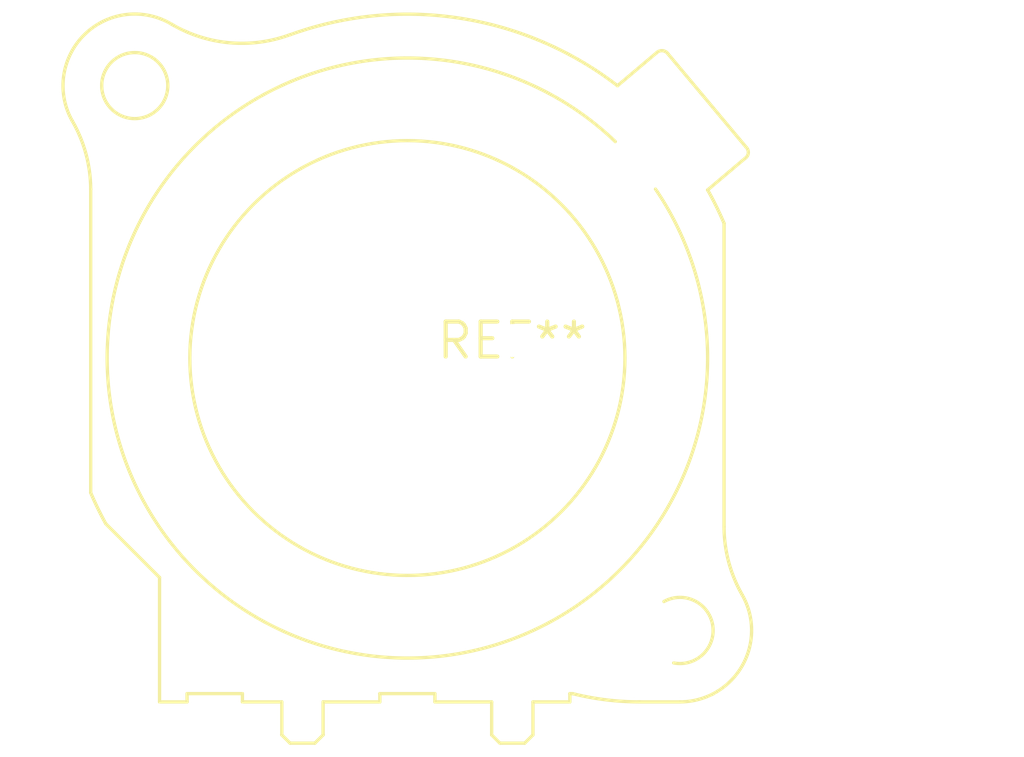
<source format=kicad_pcb>
(kicad_pcb (version 20240108) (generator pcbnew)
  (layers (0 "F.Cu" signal) (31 "B.Cu" signal) (34 "B.Paste" user) (35 "F.Paste" user) (36 "B.SilkS" user "B.Silkscreen") (37 "F.SilkS" user "F.Silkscreen") (38 "B.Mask" user) (39 "F.Mask" user) (44 "Edge.Cuts" user))
  (net 0 "")
  (footprint "Jack_XLR_Neutrik_NC5FBV-SW_Vertical" (layer "F.Cu") (at 0 0)
    (property "Reference" "REF**")
    (property "Value" "Jack_XLR_Neutrik_NC5FBV-SW_Vertical")
    (fp_line (start -15.31 -5.5) (end -15.31 5.53) (layer "F.SilkS") (stroke (width 0.12)))
    (fp_line (start -14.76 6.66) (end -12.81 8.61) (layer "F.SilkS") (stroke (width 0.12)))
    (fp_line (start -12.81 8.61) (end -12.81 13.13) (layer "F.SilkS") (stroke (width 0.12)))
    (fp_line (start -11.81 12.83) (end -11.81 13.13) (layer "F.SilkS") (stroke (width 0.12)))
    (fp_line (start -11.81 13.13) (end -12.81 13.13) (layer "F.SilkS") (stroke (width 0.12)))
    (fp_line (start -9.8 12.83) (end -11.81 12.83) (layer "F.SilkS") (stroke (width 0.12)))
    (fp_line (start -9.8 12.83) (end -9.8 13.13) (layer "F.SilkS") (stroke (width 0.12)))
    (fp_line (start -8.37 13.13) (end -9.8 13.13) (layer "F.SilkS") (stroke (width 0.12)))
    (fp_line (start -8.37 13.13) (end -8.37 14.33) (layer "F.SilkS") (stroke (width 0.12)))
    (fp_line (start -8.37 14.33) (end -8.07 14.63) (layer "F.SilkS") (stroke (width 0.12)))
    (fp_line (start -8.07 14.63) (end -7.17 14.63) (layer "F.SilkS") (stroke (width 0.12)))
    (fp_line (start -6.87 13.13) (end -6.87 14.33) (layer "F.SilkS") (stroke (width 0.12)))
    (fp_line (start -6.87 14.33) (end -7.17 14.63) (layer "F.SilkS") (stroke (width 0.12)))
    (fp_line (start -4.81 12.83) (end -4.81 13.13) (layer "F.SilkS") (stroke (width 0.12)))
    (fp_line (start -4.81 12.83) (end -2.81 12.83) (layer "F.SilkS") (stroke (width 0.12)))
    (fp_line (start -4.81 13.13) (end -6.87 13.13) (layer "F.SilkS") (stroke (width 0.12)))
    (fp_line (start -2.81 12.83) (end -2.81 13.13) (layer "F.SilkS") (stroke (width 0.12)))
    (fp_line (start -0.75 13.13) (end -2.81 13.13) (layer "F.SilkS") (stroke (width 0.12)))
    (fp_line (start -0.75 13.13) (end -0.75 14.33) (layer "F.SilkS") (stroke (width 0.12)))
    (fp_line (start -0.75 14.33) (end -0.45 14.63) (layer "F.SilkS") (stroke (width 0.12)))
    (fp_line (start -0.45 14.63) (end 0.45 14.63) (layer "F.SilkS") (stroke (width 0.12)))
    (fp_line (start 0.75 13.13) (end 0.75 14.33) (layer "F.SilkS") (stroke (width 0.12)))
    (fp_line (start 0.75 14.33) (end 0.45 14.63) (layer "F.SilkS") (stroke (width 0.12)))
    (fp_line (start 2.09 12.83) (end 2.09 13.13) (layer "F.SilkS") (stroke (width 0.12)))
    (fp_line (start 2.09 12.83) (end 2.19 12.83) (layer "F.SilkS") (stroke (width 0.12)))
    (fp_line (start 2.09 13.13) (end 0.75 13.13) (layer "F.SilkS") (stroke (width 0.12)))
    (fp_line (start 3.82 -9.26) (end 5.23 -10.45) (layer "F.SilkS") (stroke (width 0.12)))
    (fp_line (start 6.09 13.13) (end 4.62 13.13) (layer "F.SilkS") (stroke (width 0.12)))
    (fp_line (start 7.69 6.77) (end 7.69 -4.26) (layer "F.SilkS") (stroke (width 0.12)))
    (fp_line (start 8.45 -6.62) (end 7.09 -5.47) (layer "F.SilkS") (stroke (width 0.12)))
    (fp_line (start 8.48 -7.04) (end 5.66 -10.41) (layer "F.SilkS") (stroke (width 0.12)))
    (fp_arc (start -15.979585 -7.98114) (mid -15.531071 -11.122847) (end -12.38 -11.5) (layer "F.SilkS") (stroke (width 0.12)))
    (fp_arc (start -15.978065 -7.979621) (mid -15.482459 -6.783342) (end -15.31 -5.5) (layer "F.SilkS") (stroke (width 0.12)))
    (fp_arc (start -14.766969 6.647974) (mid -15.05239 6.095741) (end -15.31 5.53) (layer "F.SilkS") (stroke (width 0.12)))
    (fp_arc (start -8.091246 -11.107072) (mid -10.279718 -10.822246) (end -12.38 -11.5) (layer "F.SilkS") (stroke (width 0.12)))
    (fp_arc (start -8.076266 -11.109228) (mid -1.890733 -11.711835) (end 3.82 -9.26) (layer "F.SilkS") (stroke (width 0.12)))
    (fp_arc (start 4.626277 13.129743) (mid 3.398906 13.05491) (end 2.19 12.83) (layer "F.SilkS") (stroke (width 0.12)))
    (fp_arc (start 5.199539 -5.504132) (mid -12.134617 7.674992) (end 3.74 -7.23) (layer "F.SilkS") (stroke (width 0.12)))
    (fp_arc (start 5.235458 -10.453787) (mid 5.458172 -10.533142) (end 5.66 -10.41) (layer "F.SilkS") (stroke (width 0.12)))
    (fp_arc (start 5.507701 9.483226) (mid 7.277502 10.347546) (end 5.86 11.715) (layer "F.SilkS") (stroke (width 0.12)))
    (fp_arc (start 7.094079 -5.473362) (mid 7.408456 -4.874744) (end 7.69 -4.26) (layer "F.SilkS") (stroke (width 0.12)))
    (fp_arc (start 7.298541 12.835196) (mid 7.274335 12.847725) (end 7.25 12.86) (layer "F.SilkS") (stroke (width 0.12)))
    (fp_arc (start 8.350687 9.245751) (mid 8.337115 11.837852) (end 6.09 13.13) (layer "F.SilkS") (stroke (width 0.12)))
    (fp_arc (start 8.351797 9.24598) (mid 7.859562 8.051113) (end 7.69 6.77) (layer "F.SilkS") (stroke (width 0.12)))
    (fp_arc (start 8.486269 -7.03217) (mid 8.569764 -6.817142) (end 8.45 -6.62) (layer "F.SilkS") (stroke (width 0.12)))
    (fp_circle (center -13.71 -9.265) (end -12.51 -9.265) (layer "F.SilkS") (stroke (width 0.12)) (fill none))
    (fp_circle (center -3.81 0.635) (end 4.09 0.635) (layer "F.SilkS") (stroke (width 0.12)) (fill none))
    (pad "1" thru_hole circle (at 0 0) (size 2.9 2.9) (drill 1.2) (layers *.Cu *.Mask) (remove_unused_layers))
    (pad "2" thru_hole circle (at -0.635 3.175) (size 2.9 2.9) (drill 1.2) (layers *.Cu *.Mask) (remove_unused_layers))
    (pad "3" thru_hole circle (at -3.81 5.08) (size 2.9 2.9) (drill 1.2) (layers *.Cu *.Mask) (remove_unused_layers))
    (pad "4" thru_hole circle (at -6.985 3.175) (size 2.9 2.9) (drill 1.2) (layers *.Cu *.Mask) (remove_unused_layers))
    (pad "5" thru_hole circle (at -7.62 -0.635) (size 2.9 2.9) (drill 1.2) (layers *.Cu *.Mask) (remove_unused_layers))
    (pad "G" thru_hole circle (at 4.445 10.795) (size 2.9 2.9) (drill 1.2) (layers *.Cu *.Mask) (remove_unused_layers))
    (pad "N" thru_hole circle (at 4.445 -6.35) (size 1.8 1.8) (drill 1.2) (layers *.Cu *.Mask) (remove_unused_layers))
    (pad "NC" thru_hole circle (at 2.54 -5.715) (size 1.8 1.8) (drill 1.2) (layers *.Cu *.Mask) (remove_unused_layers))
    (pad "NO" thru_hole circle (at 6.35 -6.985) (size 1.8 1.8) (drill 1.2) (layers *.Cu *.Mask) (remove_unused_layers))
  )
)
</source>
